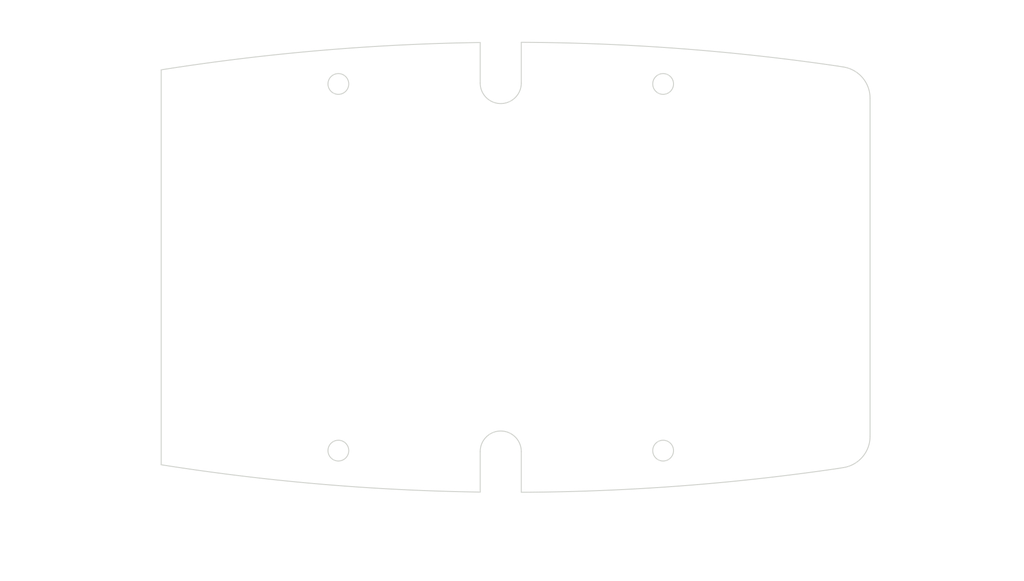
<source format=kicad_pcb>
(kicad_pcb (version 20190605) (host pcbnew "(5.99.0-29-gc3274e15f-dirty)")

  (general
    (thickness 1.6002)
    (drawings 30)
    (tracks 0)
    (modules 0)
    (nets 1)
  )

  (page "USLetter")
  (title_block
    (rev "1")
  )

  (layers
    (0 "Front" signal)
    (1 "In1.Cu" signal)
    (2 "In2.Cu" signal)
    (31 "Back" signal)
    (34 "B.Paste" user)
    (35 "F.Paste" user)
    (36 "B.SilkS" user)
    (37 "F.SilkS" user)
    (38 "B.Mask" user)
    (39 "F.Mask" user)
    (40 "Dwgs.User" user)
    (44 "Edge.Cuts" user)
    (45 "Margin" user)
    (46 "B.CrtYd" user)
    (47 "F.CrtYd" user)
    (49 "F.Fab" user)
  )

  (setup
    (last_trace_width 0.254)
    (user_trace_width 0.127)
    (user_trace_width 0.254)
    (user_trace_width 0.508)
    (user_trace_width 0.762)
    (trace_clearance 0.1524)
    (zone_clearance 0.508)
    (zone_45_only no)
    (trace_min 0.127)
    (via_size 0.6858)
    (via_drill 0.3302)
    (via_min_size 0.4572)
    (via_min_drill 0.254)
    (user_via 0.6858 0.3302)
    (user_via 0.889 0.381)
    (uvia_size 0.6858)
    (uvia_drill 0.3302)
    (uvias_allowed no)
    (uvia_min_size 0)
    (uvia_min_drill 0)
    (max_error 0.005)
    (defaults
      (edge_clearance 0.01)
      (edge_cuts_line_width 0.15)
      (courtyard_line_width 0.05)
      (copper_line_width 0.254)
      (copper_text_dims (size 1.524 1.524) (thickness 0.3048) keep_upright)
      (silk_line_width 0.127)
      (silk_text_dims (size 0.762 0.762) (thickness 0.127) keep_upright)
      (other_layers_line_width 0.1)
      (other_layers_text_dims (size 1 1) (thickness 0.15) keep_upright)
    )
    (pad_size 1.524 1.524)
    (pad_drill 0.762)
    (pad_to_mask_clearance 0)
    (solder_mask_min_width 0.1016)
    (aux_axis_origin 0 0)
    (visible_elements FFFFFF7F)
    (pcbplotparams
      (layerselection 0x010fc_ffffffff)
      (usegerberextensions false)
      (usegerberattributes false)
      (usegerberadvancedattributes false)
      (creategerberjobfile false)
      (excludeedgelayer true)
      (linewidth 0.152400)
      (plotframeref false)
      (viasonmask false)
      (mode 1)
      (useauxorigin false)
      (hpglpennumber 1)
      (hpglpenspeed 20)
      (hpglpendiameter 15.000000)
      (psnegative false)
      (psa4output false)
      (plotreference true)
      (plotvalue false)
      (plotinvisibletext false)
      (padsonsilk false)
      (subtractmaskfromsilk true)
      (outputformat 1)
      (mirror false)
      (drillshape 0)
      (scaleselection 1)
      (outputdirectory "./gerbers"))
  )

  (net 0 "")

  (net_class "Default" "This is the default net class."
    (clearance 0.1524)
    (trace_width 0.254)
    (via_dia 0.6858)
    (via_drill 0.3302)
    (uvia_dia 0.6858)
    (uvia_drill 0.3302)
    (diff_pair_width 0.1524)
    (diff_pair_gap 0.254)
  )

  (gr_text "1553C" (at 187.25 108.78) (layer "Dwgs.User")
    (effects (font (size 2 2) (thickness 0.15)))
  )
  (dimension 69.336505 (width 0.1) (layer "Dwgs.User")
    (gr_text "69.34 mm" (at 215.71 61.879999 270) (layer "Dwgs.User")
      (effects (font (size 1 1) (thickness 0.15)))
    )
    (feature1 (pts (xy 139.722725 96.548252) (xy 215.046421 96.548252)))
    (feature2 (pts (xy 139.722725 27.211747) (xy 215.046421 27.211747)))
    (crossbar (pts (xy 214.46 27.211747) (xy 214.46 96.548252)))
    (arrow1a (pts (xy 214.46 96.548252) (xy 213.873579 95.421748)))
    (arrow1b (pts (xy 214.46 96.548252) (xy 215.046421 95.421748)))
    (arrow2a (pts (xy 214.46 27.211747) (xy 213.873579 28.338251)))
    (arrow2b (pts (xy 214.46 27.211747) (xy 215.046421 28.338251)))
  )
  (dimension 56.783161 (width 0.1) (layer "Dwgs.User")
    (gr_text "56.783 mm" (at 147.05 61.879999 90) (layer "Dwgs.User")
      (effects (font (size 1 1) (thickness 0.15)))
    )
    (feature1 (pts (xy 136.56 33.488419) (xy 146.386421 33.488419)))
    (feature2 (pts (xy 136.56 90.27158) (xy 146.386421 90.27158)))
    (crossbar (pts (xy 145.8 90.27158) (xy 145.8 33.488419)))
    (arrow1a (pts (xy 145.8 33.488419) (xy 146.386421 34.614923)))
    (arrow1b (pts (xy 145.8 33.488419) (xy 145.213579 34.614923)))
    (arrow2a (pts (xy 145.8 90.27158) (xy 146.386421 89.145076)))
    (arrow2b (pts (xy 145.8 90.27158) (xy 145.213579 89.145076)))
  )
  (dimension 61.72252 (width 0.1) (layer "Dwgs.User")
    (gr_text "61.723 mm" (at 208.752116 61.88 270) (layer "Dwgs.User")
      (effects (font (size 1 1) (thickness 0.15)))
    )
    (feature1 (pts (xy 189.336448 92.74126) (xy 208.088537 92.74126)))
    (feature2 (pts (xy 189.336448 31.01874) (xy 208.088537 31.01874)))
    (crossbar (pts (xy 207.502116 31.01874) (xy 207.502116 92.74126)))
    (arrow1a (pts (xy 207.502116 92.74126) (xy 206.915695 91.614756)))
    (arrow1b (pts (xy 207.502116 92.74126) (xy 208.088537 91.614756)))
    (arrow2a (pts (xy 207.502116 31.01874) (xy 206.915695 32.145244)))
    (arrow2b (pts (xy 207.502116 31.01874) (xy 208.088537 32.145244)))
  )
  (dimension 56.860317 (width 0.1) (layer "Dwgs.User")
    (gr_text "56.86 mm" (at 164.990158 104.292847) (layer "Dwgs.User")
      (effects (font (size 1 1) (thickness 0.15)))
    )
    (feature1 (pts (xy 193.420317 92.308563) (xy 193.420317 103.629268)))
    (feature2 (pts (xy 136.56 92.308563) (xy 136.56 103.629268)))
    (crossbar (pts (xy 136.56 103.042847) (xy 193.420317 103.042847)))
    (arrow1a (pts (xy 193.420317 103.042847) (xy 192.293813 103.629268)))
    (arrow1b (pts (xy 193.420317 103.042847) (xy 192.293813 102.456426)))
    (arrow2a (pts (xy 136.56 103.042847) (xy 137.686504 103.629268)))
    (arrow2b (pts (xy 136.56 103.042847) (xy 137.686504 102.456426)))
  )
  (dimension 52.277698 (width 0.1) (layer "Dwgs.User")
    (gr_text "52.28 mm" (at 110.421151 104.292848) (layer "Dwgs.User")
      (effects (font (size 1 1) (thickness 0.15)))
    )
    (feature1 (pts (xy 136.56 92.308563) (xy 136.56 103.629269)))
    (feature2 (pts (xy 84.282302 92.308563) (xy 84.282302 103.629269)))
    (crossbar (pts (xy 84.282302 103.042848) (xy 136.56 103.042848)))
    (arrow1a (pts (xy 136.56 103.042848) (xy 135.433496 103.629269)))
    (arrow1b (pts (xy 136.56 103.042848) (xy 135.433496 102.456427)))
    (arrow2a (pts (xy 84.282302 103.042848) (xy 85.408806 103.629269)))
    (arrow2b (pts (xy 84.282302 103.042848) (xy 85.408806 102.456427)))
  )
  (dimension 50 (width 0.1) (layer "Dwgs.User")
    (gr_text "50.000 mm" (at 136.56 21.44) (layer "Dwgs.User")
      (effects (font (size 1 1) (thickness 0.15)))
    )
    (feature1 (pts (xy 161.56 33.63) (xy 161.56 22.103579)))
    (feature2 (pts (xy 111.56 33.63) (xy 111.56 22.103579)))
    (crossbar (pts (xy 111.56 22.69) (xy 161.56 22.69)))
    (arrow1a (pts (xy 161.56 22.69) (xy 160.433496 23.276421)))
    (arrow1b (pts (xy 161.56 22.69) (xy 160.433496 22.103579)))
    (arrow2a (pts (xy 111.56 22.69) (xy 112.686504 23.276421)))
    (arrow2b (pts (xy 111.56 22.69) (xy 112.686504 22.103579)))
  )
  (dimension 27.277699 (width 0.1) (layer "Dwgs.User")
    (gr_text "27.28 mm" (at 97.92115 21.44) (layer "Dwgs.User")
      (effects (font (size 1 1) (thickness 0.15)))
    )
    (feature1 (pts (xy 84.282301 33.63) (xy 84.282301 22.103579)))
    (feature2 (pts (xy 111.56 33.63) (xy 111.56 22.103579)))
    (crossbar (pts (xy 111.56 22.69) (xy 84.282301 22.69)))
    (arrow1a (pts (xy 84.282301 22.69) (xy 85.408805 22.103579)))
    (arrow1b (pts (xy 84.282301 22.69) (xy 85.408805 23.276421)))
    (arrow2a (pts (xy 111.56 22.69) (xy 110.433496 22.103579)))
    (arrow2b (pts (xy 111.56 22.69) (xy 110.433496 23.276421)))
  )
  (dimension 56.5 (width 0.1) (layer "Dwgs.User")
    (gr_text "56.500 mm" (at 69.36 61.88 270) (layer "Dwgs.User")
      (effects (font (size 1 1) (thickness 0.15)))
    )
    (feature1 (pts (xy 111.56 90.13) (xy 70.023579 90.13)))
    (feature2 (pts (xy 111.56 33.63) (xy 70.023579 33.63)))
    (crossbar (pts (xy 70.61 33.63) (xy 70.61 90.13)))
    (arrow1a (pts (xy 70.61 90.13) (xy 70.023579 89.003496)))
    (arrow1b (pts (xy 70.61 90.13) (xy 71.196421 89.003496)))
    (arrow2a (pts (xy 70.61 33.63) (xy 70.023579 34.756504)))
    (arrow2b (pts (xy 70.61 33.63) (xy 71.196421 34.756504)))
  )
  (dimension 60.857127 (width 0.1) (layer "Dwgs.User")
    (gr_text "60.86 mm" (at 63.179205 61.879999 270) (layer "Dwgs.User")
      (effects (font (size 1 1) (thickness 0.15)))
    )
    (feature1 (pts (xy 84.282302 92.308563) (xy 63.842784 92.308563)))
    (feature2 (pts (xy 84.282302 31.451436) (xy 63.842784 31.451436)))
    (crossbar (pts (xy 64.429205 31.451436) (xy 64.429205 92.308563)))
    (arrow1a (pts (xy 64.429205 92.308563) (xy 63.842784 91.182059)))
    (arrow1b (pts (xy 64.429205 92.308563) (xy 65.015626 91.182059)))
    (arrow2a (pts (xy 64.429205 31.451436) (xy 63.842784 32.57794)))
    (arrow2b (pts (xy 64.429205 31.451436) (xy 65.015626 32.57794)))
  )
  (gr_arc (start 138.254128 -248.851697) (end 139.722725 96.548252) (angle -8.114469176) (layer "Edge.Cuts") (width 0.15))
  (gr_arc (start 188.56 87.943363) (end 189.336447 92.74126) (angle -80.80747149) (layer "Edge.Cuts") (width 0.15))
  (gr_arc (start 136.56 90.27158) (end 139.722725 90.27158) (angle -180) (layer "Edge.Cuts") (width 0.15))
  (gr_circle (center 161.56 90.13) (end 159.96 90.13) (layer "Edge.Cuts") (width 0.15))
  (gr_arc (start 188.56 35.816636) (end 193.420317 35.816636) (angle -80.80747149) (layer "Edge.Cuts") (width 0.15))
  (gr_arc (start 138.254128 -248.851697) (end 84.282302 92.308563) (angle -8.184049622) (layer "Edge.Cuts") (width 0.15))
  (gr_arc (start 136.56 33.488419) (end 133.397275 33.488419) (angle -180) (layer "Edge.Cuts") (width 0.15))
  (gr_line (start 139.722725 27.211747) (end 139.722725 33.488419) (layer "Edge.Cuts") (width 0.15))
  (gr_line (start 193.420317 87.943363) (end 193.420317 35.816636) (layer "Edge.Cuts") (width 0.15))
  (gr_line (start 133.397275 33.488419) (end 133.397275 27.242774) (layer "Edge.Cuts") (width 0.15))
  (gr_line (start 84.282302 31.451436) (end 84.282302 92.308563) (layer "Edge.Cuts") (width 0.15))
  (gr_circle (center 161.56 33.63) (end 159.96 33.63) (layer "Edge.Cuts") (width 0.15))
  (gr_circle (center 111.56 90.13) (end 109.96 90.13) (layer "Edge.Cuts") (width 0.15))
  (gr_line (start 139.722725 90.27158) (end 139.722725 96.548252) (layer "Edge.Cuts") (width 0.15))
  (gr_arc (start 138.254128 372.611697) (end 188.461653 30.877171) (angle -8.114469176) (layer "Edge.Cuts") (width 0.15))
  (gr_line (start 189.336447 31.018739) (end 188.461653 30.877171) (layer "Edge.Cuts") (width 0.15))
  (gr_line (start 133.397275 96.517225) (end 133.397275 90.27158) (layer "Edge.Cuts") (width 0.15))
  (gr_circle (center 111.56 33.63) (end 109.96 33.63) (layer "Edge.Cuts") (width 0.15))
  (gr_line (start 188.461653 92.882828) (end 189.336447 92.74126) (layer "Edge.Cuts") (width 0.15))
  (gr_arc (start 138.254128 372.611697) (end 133.397275 27.242774) (angle -8.184049622) (layer "Edge.Cuts") (width 0.15))

)

</source>
